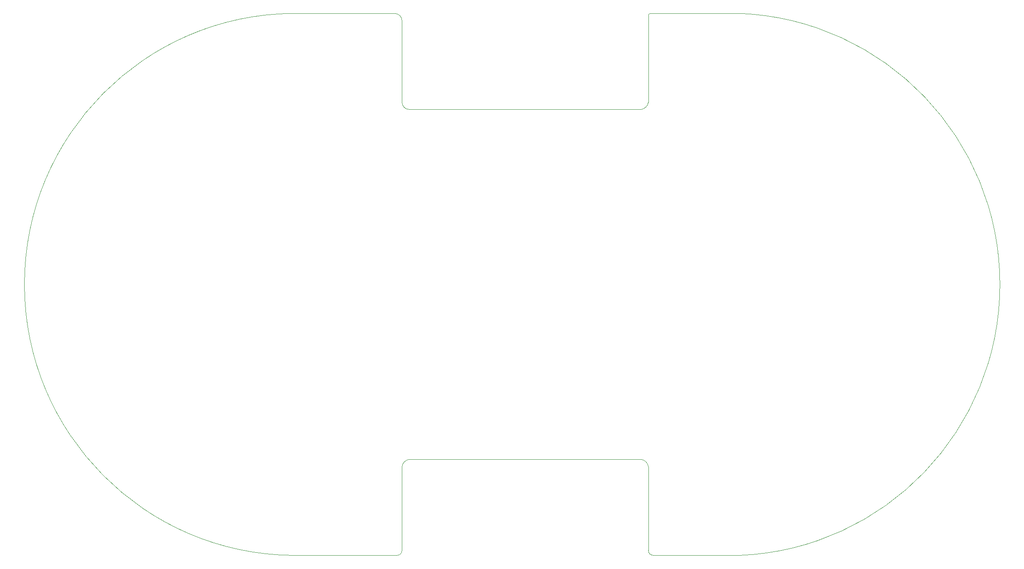
<source format=gbr>
G04*
G04 #@! TF.GenerationSoftware,Altium Limited,Altium Designer,23.9.2 (47)*
G04*
G04 Layer_Color=0*
%FSLAX44Y44*%
%MOMM*%
G71*
G04*
G04 #@! TF.SameCoordinates,DC7A7723-1311-43B5-9009-1713E082842B*
G04*
G04*
G04 #@! TF.FilePolarity,Positive*
G04*
G01*
G75*
%ADD76C,0.0254*%
D76*
X-0Y1085000D02*
X0Y920000D01*
D02*
G03*
X15000Y905000I15000J-0D01*
G01*
X485000D01*
D02*
G03*
X500000Y920000I-2500J17500D01*
G01*
Y1096000D01*
D02*
G02*
X504000Y1100000I4000J0D01*
G01*
X685000Y1100000D01*
D02*
G02*
X685000Y-0I-22245J-550000D01*
G01*
X510000Y-0D01*
D02*
G02*
X500000Y10000I-1J9999D01*
G01*
X500000Y179999D01*
D02*
G03*
X485001Y195000I-17500J-2498D01*
G01*
X15069Y195000D01*
D02*
G03*
X0Y180034I2414J-17500D01*
G01*
Y10000D01*
D02*
G02*
X-9997Y-0I-9995J-4D01*
G01*
X-220000Y-0D01*
D02*
G02*
X-220000Y1100000I3991J550000D01*
G01*
X-15000Y1100000D01*
D02*
G02*
X-0Y1085000I0J-15000D01*
G01*
M02*

</source>
